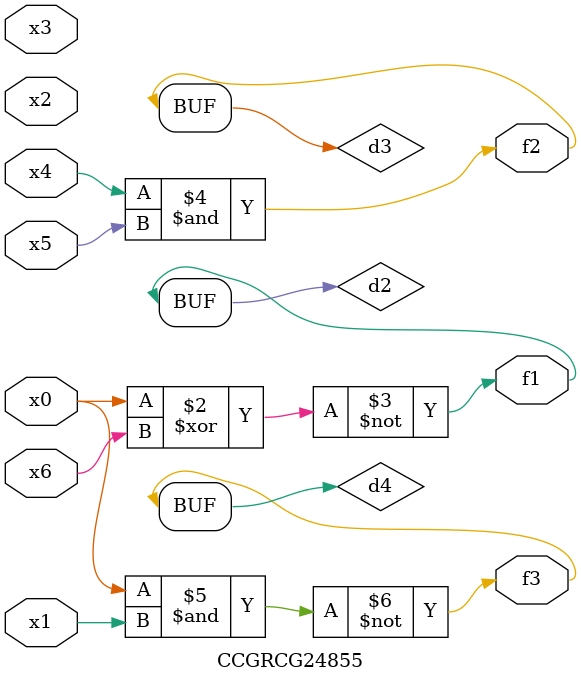
<source format=v>
module CCGRCG24855(
	input x0, x1, x2, x3, x4, x5, x6,
	output f1, f2, f3
);

	wire d1, d2, d3, d4;

	nor (d1, x0);
	xnor (d2, x0, x6);
	and (d3, x4, x5);
	nand (d4, x0, x1);
	assign f1 = d2;
	assign f2 = d3;
	assign f3 = d4;
endmodule

</source>
